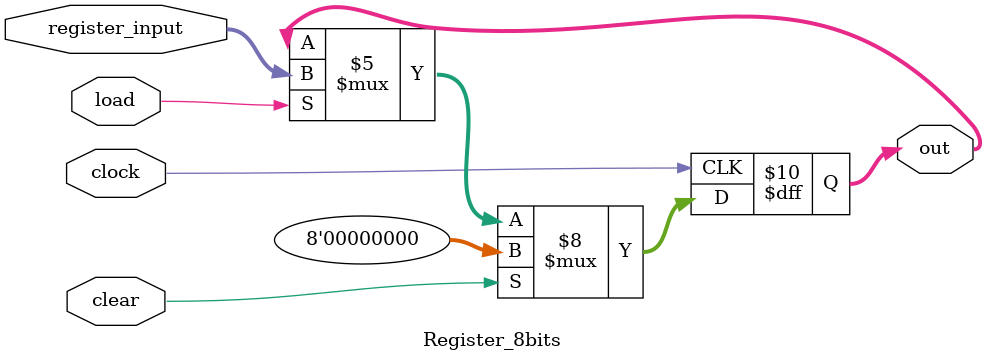
<source format=v>
module Register_8bits(load, register_input, out,clear,clock);

input load, clock,clear;
input [7:0] register_input;
output reg[7:0] out;


always @ (posedge clock)

	if(clear == 1 )
		out <= 8'b00000000;
	else
	begin
      if(load == 1)
        out <= register_input;
      else
        out <= out;
	end
	
endmodule

</source>
